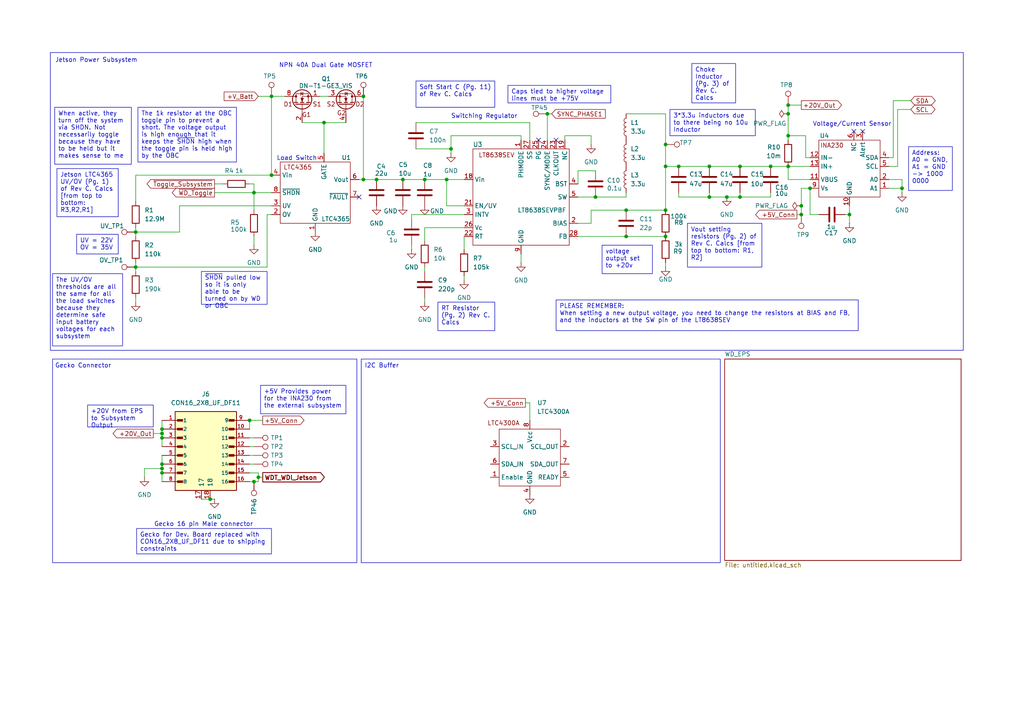
<source format=kicad_sch>
(kicad_sch (version 20250114) (generator "eeschema") (generator_version "9.0")
  (paper "A4")
  (lib_symbols
    (symbol "16 Pin Gecko Male Connector:G125-MH11605L3P" (pin_names (offset 1.016))
      (property "Reference" "J" (at -9.39 12.7 0))
      (property "Value" "CON16_2X8_UF_DF11" (at -8.89 -12.7 0))
      (symbol "G125-MH11605L3P_0_0"
        (rectangle (start -8.89 12.7) (end 8.89 -10.16) (stroke (width 0.254)) (fill (type background)))
        (rectangle (start -8.255 9.8425) (end -6.6675 10.4775) (stroke (width 0.1)) (fill (type outline)))
        (rectangle (start -8.255 7.3025) (end -6.6675 7.9375) (stroke (width 0.1)) (fill (type outline)))
        (rectangle (start -8.255 4.7625) (end -6.6675 5.3975) (stroke (width 0.1)) (fill (type outline)))
        (rectangle (start -8.255 2.2225) (end -6.6675 2.8575) (stroke (width 0.1)) (fill (type outline)))
        (rectangle (start -8.255 -0.3175) (end -6.6675 0.3175) (stroke (width 0.1)) (fill (type outline)))
        (rectangle (start -8.255 -2.8575) (end -6.6675 -2.2225) (stroke (width 0.1)) (fill (type outline)))
        (rectangle (start -8.255 -5.3975) (end -6.6675 -4.7625) (stroke (width 0.1)) (fill (type outline)))
        (rectangle (start -8.255 -7.9375) (end -6.6675 -7.3025) (stroke (width 0.1)) (fill (type outline)))
        (rectangle (start 8.255 9.8425) (end 6.6675 10.4775) (stroke (width 0.1)) (fill (type outline)))
        (rectangle (start 8.255 7.3025) (end 6.6675 7.9375) (stroke (width 0.1)) (fill (type outline)))
        (rectangle (start 8.255 4.7625) (end 6.6675 5.3975) (stroke (width 0.1)) (fill (type outline)))
        (rectangle (start 8.255 2.2225) (end 6.6675 2.8575) (stroke (width 0.1)) (fill (type outline)))
        (rectangle (start 8.255 -0.3175) (end 6.6675 0.3175) (stroke (width 0.1)) (fill (type outline)))
        (rectangle (start 8.255 -2.8575) (end 6.6675 -2.2225) (stroke (width 0.1)) (fill (type outline)))
        (rectangle (start 8.255 -5.3975) (end 6.6675 -4.7625) (stroke (width 0.1)) (fill (type outline)))
        (rectangle (start 8.255 -7.9375) (end 6.6675 -7.3025) (stroke (width 0.1)) (fill (type outline)))
        (pin passive line (at -12.7 10.16 0) (length 5.08) (name "1") (number "1"))
        (pin passive line (at -12.7 7.62 0) (length 5.08) (name "2") (number "2"))
        (pin passive line (at -12.7 5.08 0) (length 5.08) (name "3") (number "3"))
        (pin passive line (at -12.7 2.54 0) (length 5.08) (name "4") (number "4"))
        (pin passive line (at -12.7 0 0) (length 5.08) (name "5") (number "5"))
        (pin passive line (at -12.7 -2.54 0) (length 5.08) (name "6") (number "6"))
        (pin passive line (at -12.7 -5.08 0) (length 5.08) (name "7") (number "7"))
        (pin passive line (at -12.7 -7.62 0) (length 5.08) (name "8") (number "8"))
        (pin passive line (at 12.7 10.16 180) (length 5.08) (name "9") (number "9"))
        (pin passive line (at 12.7 7.62 180) (length 5.08) (name "10") (number "10"))
        (pin passive line (at 12.7 5.08 180) (length 5.08) (name "11") (number "11"))
        (pin passive line (at 12.7 2.54 180) (length 5.08) (name "12") (number "12"))
        (pin passive line (at 12.7 0 180) (length 5.08) (name "13") (number "13"))
        (pin passive line (at 12.7 -2.54 180) (length 5.08) (name "14") (number "14"))
        (pin passive line (at 12.7 -5.08 180) (length 5.08) (name "15") (number "15"))
        (pin passive line (at 12.7 -7.62 180) (length 5.08) (name "16") (number "16"))
      )
      (symbol "G125-MH11605L3P_1_1"
        (pin passive line (at -1.27 -12.7 90) (length 2.54) (name "17") (number "17"))
        (pin passive line (at 1.27 -12.7 90) (length 2.54) (name "18") (number "18"))
      )
    )
    (symbol "Connector:TestPoint" (pin_numbers (hide yes)) (pin_names (offset 0.762) (hide yes))
      (property "Reference" "TP" (at 0 6.858 0))
      (property "Value" "TestPoint" (at 0 5.08 0))
      (symbol "TestPoint_0_1"
        (circle (center 0 3.302) (radius 0.762))
      )
      (symbol "TestPoint_1_1"
        (pin passive line (at 0 0 90) (length 2.54) (name "1") (number "1"))
      )
    )
    (symbol "Device:C" (pin_numbers (hide yes)) (pin_names (offset 0.254))
      (property "Reference" "C" (at 0.635 2.54 0))
      (property "Value" "C" (at 0.635 -2.54 0))
      (symbol "C_0_1"
        (polyline (pts (xy -2.032 0.762) (xy 2.032 0.762)) (stroke (width 0.508)))
        (polyline (pts (xy -2.032 -0.762) (xy 2.032 -0.762)) (stroke (width 0.508)))
      )
      (symbol "C_1_1"
        (pin passive line (at 0 3.81 270) (length 2.794) (name "~") (number "1"))
        (pin passive line (at 0 -3.81 90) (length 2.794) (name "~") (number "2"))
      )
    )
    (symbol "Device:L" (pin_numbers (hide yes)) (pin_names (offset 1.016) (hide yes))
      (property "Reference" "L" (at -1.27 0 90))
      (property "Value" "L" (at 1.905 0 90))
      (symbol "L_0_1"
        (arc (start 0 2.54) (mid 0.6323 1.905) (end 0 1.27))
        (arc (start 0 1.27) (mid 0.6323 0.635) (end 0 0))
        (arc (start 0 0) (mid 0.6323 -0.635) (end 0 -1.27))
        (arc (start 0 -1.27) (mid 0.6323 -1.905) (end 0 -2.54))
      )
      (symbol "L_1_1"
        (pin passive line (at 0 3.81 270) (length 1.27) (name "1") (number "1"))
        (pin passive line (at 0 -3.81 90) (length 1.27) (name "2") (number "2"))
      )
    )
    (symbol "Device:R" (pin_numbers (hide yes)) (pin_names (offset 0))
      (property "Reference" "R" (at 2.032 0 90))
      (property "Value" "R" (at 0 0 90))
      (symbol "R_0_1"
        (rectangle (start -1.016 -2.54) (end 1.016 2.54) (stroke (width 0.254)))
      )
      (symbol "R_1_1"
        (pin passive line (at 0 3.81 270) (length 1.27) (name "~") (number "1"))
        (pin passive line (at 0 -3.81 90) (length 1.27) (name "~") (number "2"))
      )
    )
    (symbol "INA230:INA230 [RGT PACKAGE]"
      (property "Reference" "U" (at 7.62 7.62 0))
      (property "Value" "INA230" (at 0 0 0))
      (symbol "INA230 [RGT PACKAGE]_0_1"
        (rectangle (start -8.89 8.89) (end 8.89 -7.62))
      )
      (symbol "INA230 [RGT PACKAGE]_1_1"
        (text "INA230" (at -5.08 7.366 0) (effects (font (size 1.27 1.27))))
        (pin input line (at -11.43 3.81 0) (length 2.54) (name "IN-") (number "12"))
        (pin input line (at -11.43 1.27 0) (length 2.54) (name "IN+") (number "13"))
        (pin input line (at -11.43 -2.54 0) (length 2.54) (name "VBUS") (number "11"))
        (pin power_in line (at -11.43 -5.08 0) (length 2.54) (name "Vs") (number "9"))
        (pin power_in line (at 0 -10.16 90) (length 2.54) (name "GND") (number "10"))
        (pin passive line (at 1.27 11.43 270) (length 2.54) (name "NC") (number "6"))
        (pin output line (at 3.81 11.43 270) (length 2.54) (name "Alert") (number "3"))
        (pin bidirectional line (at 11.43 3.81 180) (length 2.54) (name "SDA") (number "4"))
        (pin bidirectional line (at 11.43 1.27 180) (length 2.54) (name "SCL") (number "5"))
        (pin input line (at 11.43 -2.54 180) (length 2.54) (name "A0") (number "2"))
        (pin input line (at 11.43 -5.08 180) (length 2.54) (name "A1") (number "1"))
      )
    )
    (symbol "LT8638SEV#PBF:LT863SEV#PBF"
      (property "Reference" "U" (at 12.954 -2.286 0))
      (property "Value" "LT8638S" (at 0 0 0))
      (symbol "LT863SEV#PBF_0_1"
        (rectangle (start -13.97 15.24) (end 13.97 -12.7))
      )
      (symbol "LT863SEV#PBF_1_1"
        (text "LT8638SEV\n" (at -7.112 13.462 0) (effects (font (size 1.27 1.27))))
        (pin power_in line (at -16.51 6.35 0) (length 2.54) (name "Vin") (number "18"))
        (pin input line (at -16.51 -1.27 0) (length 2.54) (name "EN/UV") (number "21"))
        (pin input line (at -16.51 -3.81 0) (length 2.54) (name "INTV") (number "3"))
        (pin input line (at -16.51 -7.62 0) (length 2.54) (name "Vc") (number "26"))
        (pin passive line (at -16.51 -10.16 0) (length 2.54) (name "RT") (number "22"))
        (pin passive line (at 0 17.78 270) (length 2.54) (name "PHMODE") (number "1"))
        (pin power_in line (at 0 -15.24 90) (length 2.54) (name "GND") (number "9"))
        (pin passive line (at 2.54 17.78 270) (length 2.54) (name "SS") (number "27"))
        (pin passive line (at 5.08 17.78 270) (length 2.54) (name "PG") (number "25"))
        (pin passive line (at 7.62 17.78 270) (length 2.54) (name "SYNC/MODE") (number "24"))
        (pin passive line (at 10.16 17.78 270) (length 2.54) (name "CLKOUT") (number "23"))
        (pin passive line (at 12.7 17.78 270) (length 2.54) (name "NC") (number "19"))
        (pin power_out line (at 16.51 5.08 180) (length 2.54) (name "BST") (number "4"))
        (pin power_out line (at 16.51 1.27 180) (length 2.54) (name "SW") (number "5"))
        (pin power_out line (at 16.51 -6.35 180) (length 2.54) (name "BIAS") (number "2"))
        (pin power_out line (at 16.51 -10.16 180) (length 2.54) (name "FB") (number "28"))
      )
    )
    (symbol "LTC4300A_1"
      (property "Reference" "U" (at 7.874 6.604 0))
      (property "Value" "LTC4300A" (at -7.62 10.668 0))
      (symbol "LTC4300A_1_0_1"
        (rectangle (start -8.89 8.89) (end 8.89 -7.62))
      )
      (symbol "LTC4300A_1_1_1"
        (text "LTC4300A" (at -7.62 10.668 0) (effects (font (size 1.27 1.27))))
        (pin input line (at -11.43 3.81 0) (length 2.54) (name "SCL_IN") (number "3"))
        (pin input line (at -11.43 -1.27 0) (length 2.54) (name "SDA_IN") (number "6"))
        (pin input line (at -11.43 -5.08 0) (length 2.54) (name "Enable") (number "1"))
        (pin passive line (at 0 11.43 270) (length 2.54) (name "Vcc") (number "8"))
        (pin passive line (at 0 -10.16 90) (length 2.54) (name "GND") (number "4"))
        (pin bidirectional line (at 11.43 3.81 180) (length 2.54) (name "SCL_OUT") (number "2"))
        (pin bidirectional line (at 11.43 -1.27 180) (length 2.54) (name "SDA_OUT") (number "7"))
        (pin output line (at 11.43 -5.08 180) (length 2.54) (name "READY") (number "5"))
      )
    )
    (symbol "LTC4365:LTC4365"
      (property "Reference" "U" (at 7.874 -7.874 0))
      (property "Value" "LTC4365" (at 0 0 0))
      (symbol "LTC4365_0_1"
        (rectangle (start -11.43 8.89) (end 8.89 -8.89))
      )
      (symbol "LTC4365_1_1"
        (text "LTC4365\n" (at -6.35 7.366 0) (effects (font (size 1.27 1.27))))
        (pin power_in line (at -13.97 5.08 0) (length 2.54) (name "Vin") (number "4"))
        (pin passive line (at -13.97 0 0) (length 2.54) (name "~{SHDN}") (number "8"))
        (pin input line (at -13.97 -3.81 0) (length 2.54) (name "UV") (number "3"))
        (pin input line (at -13.97 -6.35 0) (length 2.54) (name "OV") (number "2"))
        (pin power_in line (at -1.27 -11.43 90) (length 2.54) (name "GND") (number "1"))
        (pin output line (at 1.27 11.43 270) (length 2.54) (name "GATE") (number "5"))
        (pin passive line (at 11.43 3.81 180) (length 2.54) (name "Vout") (number "6"))
        (pin output line (at 11.43 -1.27 180) (length 2.54) (name "~{FAULT}") (number "7"))
      )
    )
    (symbol "SISB46DN:SISB46DN"
      (property "Value" "DN-T1-GE3_VIS" (at 0 0 0))
      (symbol "SISB46DN_0_1"
        (polyline (pts (xy -8.89 1.27) (xy -8.128 1.27)))
        (polyline (pts (xy -8.636 -0.508) (xy -7.62 -0.508)) (stroke (width 0.254)))
        (polyline (pts (xy -8.255 -1.016) (xy -4.445 -1.016)) (stroke (width 0.254)))
        (circle (center -8.128 1.27) (radius 0.254) (fill (type outline)))
        (polyline (pts (xy -6.858 1.524) (xy -6.731 1.651) (xy -6.731 2.413) (xy -6.604 2.54)))
        (polyline (pts (xy -6.858 -0.508) (xy -5.842 -0.508)) (stroke (width 0.254)))
        (polyline (pts (xy -6.731 2.032) (xy -6.096 1.651) (xy -6.096 2.413) (xy -6.731 2.032)))
        (circle (center -6.35 0.381) (radius 2.794) (stroke (width 0.254)))
        (polyline (pts (xy -6.35 -0.254) (xy -6.731 0.762) (xy -5.969 0.762) (xy -6.35 -0.254)) (fill (type outline)))
        (polyline (pts (xy -6.35 -1.016) (xy -6.35 -3.81)))
        (polyline (pts (xy -5.08 -0.508) (xy -4.064 -0.508)) (stroke (width 0.254)))
        (circle (center -4.572 1.27) (radius 0.254) (fill (type outline)))
        (polyline (pts (xy -4.572 -0.508) (xy -4.572 2.032) (xy -8.128 2.032) (xy -8.128 -0.508)))
        (polyline (pts (xy -3.81 1.27) (xy -6.35 1.27) (xy -6.35 -0.508)))
        (polyline (pts (xy 3.81 1.27) (xy 6.35 1.27) (xy 6.35 -0.508)))
        (circle (center 4.572 1.27) (radius 0.254) (fill (type outline)))
        (polyline (pts (xy 4.572 -0.508) (xy 4.572 2.032) (xy 8.128 2.032) (xy 8.128 -0.508)))
        (polyline (pts (xy 5.08 -0.508) (xy 4.064 -0.508)) (stroke (width 0.254)))
        (circle (center 6.35 0.381) (radius 2.794) (stroke (width 0.254)))
        (polyline (pts (xy 6.35 -0.254) (xy 6.731 0.762) (xy 5.969 0.762) (xy 6.35 -0.254)) (fill (type outline)))
        (polyline (pts (xy 6.35 -1.016) (xy 6.35 -3.81)))
        (polyline (pts (xy 6.731 2.032) (xy 6.096 1.651) (xy 6.096 2.413) (xy 6.731 2.032)))
        (polyline (pts (xy 6.858 1.524) (xy 6.731 1.651) (xy 6.731 2.413) (xy 6.604 2.54)))
        (polyline (pts (xy 6.858 -0.508) (xy 5.842 -0.508)) (stroke (width 0.254)))
        (circle (center 8.128 1.27) (radius 0.254) (fill (type outline)))
        (polyline (pts (xy 8.255 -1.016) (xy 4.445 -1.016)) (stroke (width 0.254)))
        (polyline (pts (xy 8.636 -0.508) (xy 7.62 -0.508)) (stroke (width 0.254)))
        (polyline (pts (xy 8.89 1.27) (xy 8.128 1.27)))
      )
      (symbol "SISB46DN_1_1"
        (text "D1" (at -10.414 -1.016 0) (effects (font (size 1.27 1.27))))
        (text "G1" (at -5.08 -4.064 0) (effects (font (size 1.27 1.27))))
        (text "S1" (at -2.032 -1.016 0) (effects (font (size 1.27 1.27))))
        (text "S2" (at 2.032 -1.016 0) (effects (font (size 1.27 1.27))))
        (text "G2" (at 5.08 -3.556 0) (effects (font (size 1.27 1.27))))
        (text "D2" (at 10.414 -1.016 0) (effects (font (size 1.27 1.27))))
        (pin passive line (at -11.43 1.27 0) (length 2.54) (hide yes) (name "") (number "7"))
        (pin power_in line (at -11.43 1.27 0) (length 2.54) (name "") (number "8"))
        (pin input line (at -6.35 -6.35 90) (length 2.54) (name "") (number "2"))
        (pin passive line (at -1.27 1.27 180) (length 2.54) (name "") (number "1"))
        (pin passive line (at 1.27 1.27 0) (length 2.54) (name "") (number "3"))
        (pin input line (at 6.35 -6.35 90) (length 2.54) (name "") (number "4"))
        (pin passive line (at 11.43 1.27 180) (length 2.54) (hide yes) (name "") (number "5"))
        (pin power_out line (at 11.43 1.27 180) (length 2.54) (name "") (number "6"))
      )
    )
    (symbol "power:GND" (power) (pin_numbers (hide yes)) (pin_names (offset 0) (hide yes))
      (property "Value" "GND" (at 0 -3.81 0))
      (symbol "GND_0_1"
        (polyline (pts (xy 0 0) (xy 0 -1.27) (xy 1.27 -1.27) (xy 0 -2.54) (xy -1.27 -1.27) (xy 0 -1.27)))
      )
      (symbol "GND_1_1"
        (pin power_in line (at 0 0 270) (length 0) (name "~") (number "1"))
      )
    )
    (symbol "power:PWR_FLAG" (power) (pin_numbers (hide yes)) (pin_names (offset 0) (hide yes))
      (property "Value" "PWR_FLAG" (at 0 3.81 0))
      (symbol "PWR_FLAG_0_0"
        (pin power_out line (at 0 0 90) (length 0) (name "~") (number "1"))
      )
      (symbol "PWR_FLAG_0_1"
        (polyline (pts (xy 0 0) (xy 0 1.27) (xy -1.016 1.905) (xy 0 2.54) (xy 1.016 1.905) (xy 0 1.27)))
      )
    )
  )
  (rectangle (start 104.775 104.14) (end 208.915 163.195))
  (rectangle (start 15.24 104.14) (end 103.505 163.195))
  (rectangle (start 14.605 15.24) (end 279.4 101.6))
  (text "Gecko Connector" (at 24.13 106.172 0) (effects (font (size 1.27 1.27))))
  (text "Gecko 16 pin Male connector" (at 59.055 152.146 0) (effects (font (size 1.27 1.27))))
  (text "NPN 40A Dual Gate MOSFET" (at 94.488 19.05 0) (effects (font (size 1.27 1.27))))
  (text "Switching Regulator" (at 140.462 33.782 0) (effects (font (size 1.27 1.27))))
  (text "Voltage/Current Sensor" (at 247.142 36.068 0) (effects (font (size 1.27 1.27))))
  (text "Jetson Power Subsystem" (at 27.94 17.526 0) (effects (font (size 1.27 1.27))))
  (text "Load Switch" (at 86.106 45.974 0) (effects (font (size 1.27 1.27))))
  (text "I2C Buffer" (at 110.744 106.172 0) (effects (font (size 1.27 1.27))))
  (text_box "+5V Provides power for the INA230 from the external subsystem" (at 75.565 111.76 0) (size 24.765 8.255) (margins 0.9525 0.9525 0.9525 0.9525) (effects (font (size 1.27 1.27)) (justify left top)))
  (text_box "Address: A0 = GND, A1 = GND -> 1000 0000" (at 263.525 42.545 0) (size 12.7 12.7) (margins 0.9525 0.9525 0.9525 0.9525) (effects (font (size 1.27 1.27)) (justify left top)))
  (text_box "Soft Start C (Pg. 11) of Rev C. Calcs" (at 120.65 23.495 0) (size 22.86 7.62) (margins 0.9525 0.9525 0.9525 0.9525) (effects (font (size 1.27 1.27)) (justify left top)))
  (text_box "Caps tied to higher voltage lines must be +75V" (at 147.32 24.765 0) (size 29.845 5.08) (margins 0.9525 0.9525 0.9525 0.9525) (effects (font (size 1.27 1.27)) (justify left top)))
  (text_box "When active, they turn off the system via SHDN. Not necessarily toggle because they have to be held but it makes sense to me" (at 15.875 31.115 0) (size 22.225 16.51) (margins 0.9525 0.9525 0.9525 0.9525) (effects (font (size 1.27 1.27)) (justify left top)))
  (text_box "PLEASE REMEMBER:\nWhen setting a new output voltage, you need to change the resistors at BIAS and FB, and the inductors at the SW pin of the LT8638SEV" (at 161.29 86.995 0) (size 87.63 8.89) (margins 0.9525 0.9525 0.9525 0.9525) (effects (font (size 1.27 1.27)) (justify left top)))
  (text_box "The UV/OV thresholds are all the same for all the load switches because they determine safe input battery voltages for each subsystem" (at 15.24 79.375 0) (size 20.32 20.955) (margins 0.9525 0.9525 0.9525 0.9525) (effects (font (size 1.27 1.27)) (justify left top)))
  (text_box "~{SHDN} pulled low so it is only able to be turned on by WD or OBC" (at 58.42 78.74 0) (size 19.05 9.525) (margins 0.9525 0.9525 0.9525 0.9525) (effects (font (size 1.27 1.27)) (justify left top)))
  (text_box "Jetson LTC4365 UV/OV (Pg. 1) of Rev C. Calcs [from top to bottom: R3,R2,R1]" (at 16.51 48.895 0) (size 17.78 13.97) (margins 0.9525 0.9525 0.9525 0.9525) (effects (font (size 1.27 1.27)) (justify left top)))
  (text_box "Choke Inductor (Pg. 3) of Rev C. Calcs" (at 200.66 18.415 0) (size 12.7 11.43) (margins 0.9525 0.9525 0.9525 0.9525) (effects (font (size 1.27 1.27)) (justify left top)))
  (text_box "UV = 22V\nOV = 35V" (at 22.225 67.945 0) (size 12.065 5.715) (margins 0.9525 0.9525 0.9525 0.9525) (effects (font (size 1.27 1.27)) (justify left top)))
  (text_box "The 1k resistor at the OBC toggle pin to prevent a short. The voltage output is high enough that it keeps the ~{SHDN} high when the toggle pin is held high by the OBC" (at 40.005 31.115 0) (size 28.575 15.875) (margins 0.9525 0.9525 0.9525 0.9525) (effects (font (size 1.27 1.27)) (justify left top)))
  (text_box "Vout setting resistors (Pg. 2) of Rev C. Calcs [from top to bottom: R1, R2]" (at 199.39 64.77 0) (size 21.59 12.7) (margins 0.9525 0.9525 0.9525 0.9525) (effects (font (size 1.27 1.27)) (justify left top)))
  (text_box "voltage output set to +20v" (at 174.625 71.12 0) (size 14.605 8.255) (margins 0.9525 0.9525 0.9525 0.9525) (effects (font (size 1.27 1.27)) (justify left top)))
  (text_box "3*3.3u inductors due to there being no 10u Inductor" (at 194.31 31.75 0) (size 24.765 7.62) (margins 0.9525 0.9525 0.9525 0.9525) (effects (font (size 1.27 1.27)) (justify left top)))
  (text_box "RT Resistor (Pg. 2) Rev C. Calcs" (at 127 87.63 0) (size 16.51 8.255) (margins 0.9525 0.9525 0.9525 0.9525) (effects (font (size 1.27 1.27)) (justify left top)))
  (text_box "+20V from EPS to Subsystem Output" (at 25.4 117.475 0) (size 19.05 6.35) (margins 0.9525 0.9525 0.9525 0.9525) (effects (font (size 1.27 1.27)) (justify left top)))
  (text_box "Gecko for Dev. Board replaced with CON16_2X8_UF_DF11 due to shipping constraints" (at 39.624 153.289 0) (size 39.116 7.366) (margins 0.9525 0.9525 0.9525 0.9525) (effects (font (size 1.27 1.27)) (justify left top)))
  (junction (at 261.62 54.61))
  (junction (at 158.75 33.02))
  (junction (at 60.96 144.78))
  (junction (at 78.74 27.94))
  (junction (at 116.84 52.07))
  (junction (at 205.74 48.26))
  (junction (at 246.38 62.23))
  (junction (at 123.19 52.07))
  (junction (at 228.6 30.48))
  (junction (at 232.41 62.23))
  (junction (at 181.61 68.58))
  (junction (at 73.66 139.7))
  (junction (at 223.52 48.26))
  (junction (at 46.99 127))
  (junction (at 172.72 57.15))
  (junction (at 228.6 33.02))
  (junction (at 105.41 27.94))
  (junction (at 78.74 50.8))
  (junction (at 193.04 48.26))
  (junction (at 214.63 48.26))
  (junction (at 130.81 43.18))
  (junction (at 39.37 77.47))
  (junction (at 193.04 60.96))
  (junction (at 109.22 52.07))
  (junction (at 205.74 57.15))
  (junction (at 46.99 137.16))
  (junction (at 193.04 41.91))
  (junction (at 129.54 52.07))
  (junction (at 46.99 124.46))
  (junction (at 46.99 125.73))
  (junction (at 228.6 39.37))
  (junction (at 210.82 57.15))
  (junction (at 214.63 57.15))
  (junction (at 46.99 135.89))
  (junction (at 181.61 60.96))
  (junction (at 74.93 138.43))
  (junction (at 72.39 121.92))
  (junction (at 46.99 134.62))
  (junction (at 228.6 48.26))
  (junction (at 93.98 35.56))
  (junction (at 193.04 68.58))
  (junction (at 234.95 54.61))
  (junction (at 196.85 48.26))
  (junction (at 105.41 52.07))
  (junction (at 232.41 59.69))
  (junction (at 73.66 55.88))
  (junction (at 39.37 67.31))
  (no_connect (at 104.14 57.15))
  (no_connect (at 250.19 38.1))
  (no_connect (at 161.29 40.64))
  (no_connect (at 247.65 38.1))
  (no_connect (at 156.21 40.64))
  (wire (pts (xy 163.83 40.64) (xy 163.83 39.37)))
  (wire (pts (xy 52.07 59.69) (xy 78.74 59.69)))
  (wire (pts (xy 193.04 48.26) (xy 193.04 60.96)))
  (wire (pts (xy 167.64 64.77) (xy 171.45 64.77)))
  (wire (pts (xy 74.93 137.16) (xy 74.93 138.43)))
  (wire (pts (xy 105.41 52.07) (xy 109.22 52.07)))
  (wire (pts (xy 257.81 45.72) (xy 259.08 45.72)))
  (wire (pts (xy 231.14 62.23) (xy 232.41 62.23)))
  (wire (pts (xy 73.66 68.58) (xy 73.66 71.12)))
  (wire (pts (xy 52.07 59.69) (xy 52.07 67.31)))
  (wire (pts (xy 257.81 52.07) (xy 261.62 52.07)))
  (wire (pts (xy 130.81 39.37) (xy 130.81 43.18)))
  (wire (pts (xy 234.95 62.23) (xy 237.49 62.23)))
  (wire (pts (xy 46.99 137.16) (xy 46.99 139.7)))
  (wire (pts (xy 104.14 52.07) (xy 105.41 52.07)))
  (wire (pts (xy 152.4 116.84) (xy 153.67 116.84)))
  (wire (pts (xy 74.93 139.7) (xy 73.66 139.7)))
  (wire (pts (xy 41.91 135.89) (xy 46.99 135.89)))
  (wire (pts (xy 246.38 64.77) (xy 246.38 62.23)))
  (wire (pts (xy 72.39 121.92) (xy 76.2 121.92)))
  (wire (pts (xy 151.13 39.37) (xy 130.81 39.37)))
  (wire (pts (xy 39.37 67.31) (xy 52.07 67.31)))
  (wire (pts (xy 93.98 35.56) (xy 93.98 44.45)))
  (wire (pts (xy 228.6 30.48) (xy 232.41 30.48)))
  (wire (pts (xy 74.93 138.43) (xy 74.93 139.7)))
  (wire (pts (xy 77.47 77.47) (xy 77.47 62.23)))
  (wire (pts (xy 46.99 127) (xy 46.99 129.54)))
  (wire (pts (xy 233.68 45.72) (xy 234.95 45.72)))
  (wire (pts (xy 73.66 55.88) (xy 73.66 60.96)))
  (wire (pts (xy 72.39 132.08) (xy 73.66 132.08)))
  (wire (pts (xy 158.75 33.02) (xy 158.75 40.64)))
  (wire (pts (xy 93.98 35.56) (xy 100.33 35.56)))
  (wire (pts (xy 261.62 52.07) (xy 261.62 54.61)))
  (wire (pts (xy 228.6 52.07) (xy 234.95 52.07)))
  (wire (pts (xy 120.65 43.18) (xy 130.81 43.18)))
  (wire (pts (xy 151.13 73.66) (xy 151.13 76.2)))
  (wire (pts (xy 245.11 62.23) (xy 246.38 62.23)))
  (wire (pts (xy 193.04 41.91) (xy 193.04 48.26)))
  (wire (pts (xy 228.6 33.02) (xy 228.6 30.48)))
  (wire (pts (xy 167.64 49.53) (xy 172.72 49.53)))
  (wire (pts (xy 134.62 80.01) (xy 134.62 81.28)))
  (wire (pts (xy 196.85 57.15) (xy 205.74 57.15)))
  (wire (pts (xy 39.37 50.8) (xy 39.37 58.42)))
  (wire (pts (xy 92.71 27.94) (xy 95.25 27.94)))
  (wire (pts (xy 232.41 54.61) (xy 234.95 54.61)))
  (wire (pts (xy 123.19 52.07) (xy 129.54 52.07)))
  (wire (pts (xy 62.23 53.34) (xy 64.77 53.34)))
  (wire (pts (xy 105.41 27.94) (xy 105.41 52.07)))
  (wire (pts (xy 257.81 48.26) (xy 260.35 48.26)))
  (wire (pts (xy 62.23 55.88) (xy 73.66 55.88)))
  (wire (pts (xy 39.37 86.36) (xy 39.37 87.63)))
  (wire (pts (xy 78.74 27.94) (xy 78.74 50.8)))
  (wire (pts (xy 78.74 27.94) (xy 82.55 27.94)))
  (wire (pts (xy 46.99 124.46) (xy 46.99 125.73)))
  (wire (pts (xy 205.74 55.88) (xy 205.74 57.15)))
  (wire (pts (xy 46.99 125.73) (xy 46.99 127)))
  (wire (pts (xy 153.67 40.64) (xy 153.67 35.56)))
  (wire (pts (xy 62.23 144.78) (xy 60.96 144.78)))
  (wire (pts (xy 181.61 57.15) (xy 181.61 55.88)))
  (wire (pts (xy 74.93 27.94) (xy 78.74 27.94)))
  (wire (pts (xy 39.37 67.31) (xy 39.37 68.58)))
  (wire (pts (xy 234.95 54.61) (xy 234.95 62.23)))
  (wire (pts (xy 153.67 116.84) (xy 153.67 121.92)))
  (wire (pts (xy 72.39 121.92) (xy 72.39 124.46)))
  (wire (pts (xy 123.19 77.47) (xy 123.19 78.74)))
  (wire (pts (xy 228.6 39.37) (xy 228.6 33.02)))
  (wire (pts (xy 260.35 31.75) (xy 264.16 31.75)))
  (wire (pts (xy 193.04 48.26) (xy 196.85 48.26)))
  (wire (pts (xy 246.38 62.23) (xy 246.38 59.69)))
  (wire (pts (xy 181.61 60.96) (xy 193.04 60.96)))
  (wire (pts (xy 233.68 39.37) (xy 233.68 45.72)))
  (wire (pts (xy 39.37 77.47) (xy 39.37 78.74)))
  (wire (pts (xy 210.82 57.15) (xy 214.63 57.15)))
  (wire (pts (xy 134.62 66.04) (xy 123.19 66.04)))
  (wire (pts (xy 167.64 68.58) (xy 181.61 68.58)))
  (wire (pts (xy 123.19 66.04) (xy 123.19 69.85)))
  (wire (pts (xy 223.52 48.26) (xy 228.6 48.26)))
  (wire (pts (xy 129.54 59.69) (xy 129.54 52.07)))
  (wire (pts (xy 171.45 60.96) (xy 171.45 64.77)))
  (wire (pts (xy 72.39 53.34) (xy 73.66 53.34)))
  (wire (pts (xy 228.6 39.37) (xy 228.6 40.64)))
  (wire (pts (xy 129.54 52.07) (xy 134.62 52.07)))
  (wire (pts (xy 205.74 48.26) (xy 214.63 48.26)))
  (wire (pts (xy 232.41 62.23) (xy 232.41 59.69)))
  (wire (pts (xy 72.39 127) (xy 73.66 127)))
  (wire (pts (xy 41.91 135.89) (xy 41.91 138.43)))
  (wire (pts (xy 46.99 135.89) (xy 46.99 137.16)))
  (wire (pts (xy 196.85 48.26) (xy 205.74 48.26)))
  (wire (pts (xy 232.41 54.61) (xy 232.41 59.69)))
  (wire (pts (xy 193.04 77.47) (xy 193.04 76.2)))
  (wire (pts (xy 39.37 76.2) (xy 39.37 77.47)))
  (wire (pts (xy 259.08 45.72) (xy 259.08 29.21)))
  (wire (pts (xy 167.64 53.34) (xy 167.64 49.53)))
  (wire (pts (xy 134.62 59.69) (xy 129.54 59.69)))
  (wire (pts (xy 73.66 139.7) (xy 72.39 139.7)))
  (wire (pts (xy 153.67 35.56) (xy 120.65 35.56)))
  (wire (pts (xy 123.19 86.36) (xy 123.19 87.63)))
  (wire (pts (xy 74.93 138.43) (xy 76.2 138.43)))
  (wire (pts (xy 109.22 52.07) (xy 116.84 52.07)))
  (wire (pts (xy 214.63 48.26) (xy 223.52 48.26)))
  (wire (pts (xy 171.45 39.37) (xy 171.45 41.91)))
  (wire (pts (xy 130.81 44.45) (xy 130.81 43.18)))
  (wire (pts (xy 119.38 71.12) (xy 119.38 72.39)))
  (wire (pts (xy 46.99 132.08) (xy 46.99 134.62)))
  (wire (pts (xy 77.47 62.23) (xy 78.74 62.23)))
  (wire (pts (xy 167.64 57.15) (xy 172.72 57.15)))
  (wire (pts (xy 39.37 50.8) (xy 78.74 50.8)))
  (wire (pts (xy 196.85 55.88) (xy 196.85 57.15)))
  (wire (pts (xy 228.6 48.26) (xy 228.6 52.07)))
  (wire (pts (xy 151.13 39.37) (xy 151.13 40.64)))
  (wire (pts (xy 228.6 39.37) (xy 233.68 39.37)))
  (wire (pts (xy 116.84 52.07) (xy 123.19 52.07)))
  (wire (pts (xy 134.62 68.58) (xy 134.62 72.39)))
  (wire (pts (xy 46.99 121.92) (xy 46.99 124.46)))
  (wire (pts (xy 72.39 129.54) (xy 73.66 129.54)))
  (wire (pts (xy 181.61 33.02) (xy 193.04 33.02)))
  (wire (pts (xy 44.45 125.73) (xy 46.99 125.73)))
  (wire (pts (xy 46.99 134.62) (xy 46.99 135.89)))
  (wire (pts (xy 73.66 53.34) (xy 73.66 55.88)))
  (wire (pts (xy 205.74 57.15) (xy 210.82 57.15)))
  (wire (pts (xy 261.62 54.61) (xy 261.62 55.88)))
  (wire (pts (xy 58.42 144.78) (xy 60.96 144.78)))
  (wire (pts (xy 39.37 77.47) (xy 77.47 77.47)))
  (wire (pts (xy 193.04 33.02) (xy 193.04 41.91)))
  (wire (pts (xy 257.81 54.61) (xy 261.62 54.61)))
  (wire (pts (xy 259.08 29.21) (xy 264.16 29.21)))
  (wire (pts (xy 172.72 57.15) (xy 181.61 57.15)))
  (wire (pts (xy 73.66 55.88) (xy 78.74 55.88)))
  (wire (pts (xy 39.37 66.04) (xy 39.37 67.31)))
  (wire (pts (xy 160.02 33.02) (xy 158.75 33.02)))
  (wire (pts (xy 214.63 55.88) (xy 214.63 57.15)))
  (wire (pts (xy 119.38 62.23) (xy 119.38 63.5)))
  (wire (pts (xy 223.52 57.15) (xy 223.52 55.88)))
  (wire (pts (xy 171.45 60.96) (xy 181.61 60.96)))
  (wire (pts (xy 163.83 39.37) (xy 171.45 39.37)))
  (wire (pts (xy 228.6 48.26) (xy 234.95 48.26)))
  (wire (pts (xy 119.38 62.23) (xy 134.62 62.23)))
  (wire (pts (xy 260.35 48.26) (xy 260.35 31.75)))
  (wire (pts (xy 214.63 57.15) (xy 223.52 57.15)))
  (wire (pts (xy 181.61 68.58) (xy 193.04 68.58)))
  (wire (pts (xy 72.39 134.62) (xy 73.66 134.62)))
  (wire (pts (xy 72.39 137.16) (xy 74.93 137.16)))
  (wire (pts (xy 87.63 35.56) (xy 93.98 35.56)))
  (global_label "SYNC_PHASE1" (shape input) (at 160.02 33.02 0) (property "Intersheetrefs" "${INTERSHEET_REFS}" (effects (hide yes))))
  (global_label "WDT_WDI_Jetson" (shape output) (at 76.2 138.43 0) (effects (font (thickness 0.254) (bold yes))) (property "Intersheetrefs" "${INTERSHEET_REFS}" (effects (hide yes))))
  (global_label "+5V_Conn" (shape output) (at 231.14 62.23 180) (property "Intersheetrefs" "${INTERSHEET_REFS}" (effects (hide yes))))
  (global_label "~{WD_Toggle}" (shape output) (at 62.23 55.88 180) (property "Intersheetrefs" "${INTERSHEET_REFS}" (effects (hide yes))))
  (global_label "~{Toggle_Subsystem}" (shape output) (at 62.23 53.34 180) (property "Intersheetrefs" "${INTERSHEET_REFS}" (effects (hide yes))))
  (global_label "SDA" (shape bidirectional) (at 264.16 29.21 0) (property "Intersheetrefs" "${INTERSHEET_REFS}" (effects (hide yes))))
  (global_label "+20V_Out" (shape output) (at 44.45 125.73 180) (property "Intersheetrefs" "${INTERSHEET_REFS}" (effects (hide yes))))
  (global_label "+20V_Out" (shape output) (at 232.41 30.48 0) (property "Intersheetrefs" "${INTERSHEET_REFS}" (effects (hide yes))))
  (global_label "+5V_Conn" (shape output) (at 76.2 121.92 0) (property "Intersheetrefs" "${INTERSHEET_REFS}" (effects (hide yes))))
  (global_label "SCL" (shape bidirectional) (at 264.16 31.75 0) (property "Intersheetrefs" "${INTERSHEET_REFS}" (effects (hide yes))))
  (global_label "+5V_Conn" (shape output) (at 152.4 116.84 180) (property "Intersheetrefs" "${INTERSHEET_REFS}" (effects (hide yes))))
  (global_label "+V_Batt" (shape input) (at 74.93 27.94 180) (property "Intersheetrefs" "${INTERSHEET_REFS}" (effects (hide yes))))
  (symbol (lib_id "Connector:TestPoint") (at 73.66 139.7 180) (unit 1)
    (property "Reference" "TP46" (at 73.66 144.526 90) (effects (justify left)))
    (property "Value" "TestPoint" (effects (hide yes)))
    (property "Footprint" "TestPoint:TestPoint_Pad_1.0x1.0mm" (effects (hide yes)))
    (property "Description" "test point" (effects (hide yes)))
  )
  (symbol (lib_id "Connector:TestPoint") (at 39.37 67.31 90) (unit 1)
    (property "Reference" "UV_TP1" (at 32.512 65.532 90))
    (property "Value" "TestPoint" (effects (hide yes)))
    (property "Footprint" "TestPoint:TestPoint_Pad_1.0x1.0mm" (effects (hide yes)))
    (property "Description" "test point" (effects (hide yes)))
  )
  (symbol (lib_id "Connector:TestPoint") (at 39.37 77.47 90) (unit 1)
    (property "Reference" "OV_TP1" (at 32.258 75.438 90))
    (property "Value" "TestPoint" (effects (hide yes)))
    (property "Footprint" "TestPoint:TestPoint_Pad_1.0x1.0mm" (effects (hide yes)))
    (property "Description" "test point" (effects (hide yes)))
  )
  (symbol (lib_name "LTC4300A_1") (lib_id "LTC4300A:LTC4300A") (at 153.67 133.35 0) (unit 1)
    (property "Reference" "U7" (at 155.8133 116.84 0) (effects (justify left)))
    (property "Value" "LTC4300A" (at 155.8133 119.38 0) (effects (justify left)))
    (property "Footprint" "REVC:LTC4300A" (effects (hide yes)))
    (property "Datasheet" "https://www.analog.com/media/en/technical-documentation/data-sheets/4300a12fa.pdf" (effects (hide yes)))
    (property "Description" "I2C Buffer" (effects (hide yes)))
  )
  (symbol (lib_id "power:GND") (at 109.22 59.69 0) (unit 1)
    (property "Reference" "#PWR08" (effects (hide yes)))
    (property "Value" "GND" (at 109.22 64.77 0))
    (property "Description" "Power symbol creates a global label with name \"GND\" , ground" (effects (hide yes)))
  )
  (symbol (lib_id "SISB46DN:SISB46DN") (at 93.98 29.21 0) (unit 1)
    (property "Reference" "Q1" (at 94.615 22.86 0))
    (property "Value" "DN-T1-GE3_VIS" (at 94.488 24.892 0))
    (property "Footprint" "REVC:SISB46DN-T1-GE3" (effects (hide yes)))
    (property "Datasheet" "https://www.vishay.com/docs/76655/sisb46dn.pdf" (effects (hide yes)))
    (property "Description" "Dual N-Channel 40V (D-S) MOSFET" (effects (hide yes)))
  )
  (symbol (lib_id "Device:C") (at 205.74 52.07 0) (unit 1)
    (property "Reference" "C14" (at 208.788 50.546 0) (effects (justify left)))
    (property "Value" "47u" (at 208.788 53.34 0) (effects (justify left)))
    (property "Footprint" "Capacitor_SMD:C_1210_3225Metric" (effects (hide yes)))
    (property "Description" "Unpolarized capacitor" (effects (hide yes)))
  )
  (symbol (lib_id "16 Pin Gecko Male Connector:G125-MH11605L3P") (at 59.69 132.08 0) (unit 1)
    (property "Reference" "J6" (at 59.69 114.3 0))
    (property "Value" "CON16_2X8_UF_DF11" (at 59.69 116.84 0))
    (property "Footprint" "RevC Footprints:CON16_2X8_UF_DF11" (effects (hide yes)))
    (property "Datasheet" "https://www.mouser.com/datasheet/2/185/DF11_26DP_2DS_252852_2529_CL0543_0544_8_52_Catalog-2448894.pdf" (effects (hide yes)))
    (property "Description" "Interfacing Connector" (effects (hide yes)))
    (property "MANUFACTURER" "HARWIN" (effects (hide yes)))
  )
  (symbol (lib_id "Device:R") (at 39.37 72.39 0) (unit 1)
    (property "Reference" "R2" (at 41.91 71.1199 0) (effects (justify left)))
    (property "Value" "110k" (at 41.91 73.6599 0) (effects (justify left)))
    (property "Footprint" "Resistor_SMD:R_0603_1608Metric" (effects (hide yes)))
    (property "Description" "Resistor" (effects (hide yes)))
    (property "LCSC" "C25805" (effects (hide yes)))
  )
  (symbol (lib_id "power:GND") (at 130.81 44.45 0) (unit 1)
    (property "Reference" "#PWR013" (effects (hide yes)))
    (property "Value" "GND" (at 130.81 49.53 0))
    (property "Description" "Power symbol creates a global label with name \"GND\" , ground" (effects (hide yes)))
  )
  (symbol (lib_id "power:GND") (at 153.67 143.51 0) (unit 1)
    (property "Reference" "#PWR02" (effects (hide yes)))
    (property "Value" "GND" (at 153.67 148.59 0))
    (property "Description" "Power symbol creates a global label with name \"GND\" , ground" (effects (hide yes)))
  )
  (symbol (lib_id "Device:R") (at 39.37 62.23 0) (unit 1)
    (property "Reference" "R1" (at 41.91 60.9599 0) (effects (justify left)))
    (property "Value" "12.9M" (at 41.91 63.4999 0) (effects (justify left)))
    (property "Footprint" "Resistor_SMD:R_0603_1608Metric" (effects (hide yes)))
    (property "Description" "Resistor" (effects (hide yes)))
  )
  (symbol (lib_id "Device:C") (at 241.3 62.23 270) (unit 1)
    (property "Reference" "C17" (at 241.046 67.564 90))
    (property "Value" "1u" (at 241.046 65.786 90))
    (property "Footprint" "Capacitor_SMD:C_1210_3225Metric" (effects (hide yes)))
    (property "Description" "Unpolarized capacitor" (effects (hide yes)))
    (property "LCSC" "C304010" (effects (hide yes)))
  )
  (symbol (lib_id "power:GND") (at 123.19 59.69 0) (unit 1)
    (property "Reference" "#PWR011" (effects (hide yes)))
    (property "Value" "GND" (at 126.746 61.214 0))
    (property "Description" "Power symbol creates a global label with name \"GND\" , ground" (effects (hide yes)))
  )
  (symbol (lib_id "Device:R") (at 134.62 76.2 0) (unit 1)
    (property "Reference" "R7" (at 137.16 74.9299 0) (effects (justify left)))
    (property "Value" "105k" (at 137.16 77.4699 0) (effects (justify left)))
    (property "Footprint" "Resistor_SMD:R_0603_1608Metric" (effects (hide yes)))
    (property "Description" "Resistor" (effects (hide yes)))
    (property "LCSC" "C16840" (effects (hide yes)))
  )
  (symbol (lib_id "Device:C") (at 116.84 55.88 0) (unit 1)
    (property "Reference" "C5" (at 115.57 47.752 0) (effects (justify left)))
    (property "Value" "10u" (at 115.57 50.292 0) (effects (justify left)))
    (property "Footprint" "Capacitor_SMD:C_1210_3225Metric" (effects (hide yes)))
    (property "Description" "Unpolarized capacitor" (effects (hide yes)))
  )
  (symbol (lib_id "power:GND") (at 116.84 59.69 0) (unit 1)
    (property "Reference" "#PWR09" (effects (hide yes)))
    (property "Value" "GND" (at 113.284 61.214 0))
    (property "Description" "Power symbol creates a global label with name \"GND\" , ground" (effects (hide yes)))
  )
  (symbol (lib_id "power:GND") (at 210.82 57.15 0) (unit 1)
    (property "Reference" "#PWR086" (effects (hide yes)))
    (property "Value" "GND" (at 210.82 62.23 0))
    (property "Description" "Power symbol creates a global label with name \"GND\" , ground" (effects (hide yes)))
  )
  (symbol (lib_id "Device:C") (at 196.85 52.07 0) (unit 1)
    (property "Reference" "C13" (at 199.898 50.546 0) (effects (justify left)))
    (property "Value" "47u" (at 199.898 53.34 0) (effects (justify left)))
    (property "Footprint" "Capacitor_SMD:C_1210_3225Metric" (effects (hide yes)))
    (property "Description" "Unpolarized capacitor" (effects (hide yes)))
  )
  (symbol (lib_id "LTC4365:LTC4365") (at 92.71 55.88 0) (unit 1)
    (property "Reference" "U1" (at 99.06 45.72 0) (effects (justify left)))
    (property "Value" "LTC4365" (at 93.218 63.5 0) (effects (justify left)))
    (property "Footprint" "REVC:LTC4365" (effects (hide yes)))
    (property "Datasheet" "https://www.analog.com/media/en/technical-documentation/data-sheets/LTC4365.pdf" (effects (hide yes)))
    (property "Description" "Overvoltage, Undervoltage and Reverse Supply Protection Controller" (effects (hide yes)))
    (property "LCSC" "C580882" (effects (hide yes)))
  )
  (symbol (lib_id "power:PWR_FLAG") (at 232.41 59.69 90) (unit 1)
    (property "Reference" "#FLG04" (effects (hide yes)))
    (property "Value" "PWR_FLAG" (at 228.6 59.6899 90) (effects (justify left)))
    (property "Description" "Special symbol for telling ERC where power comes from" (effects (hide yes)))
  )
  (symbol (lib_id "Device:R") (at 193.04 72.39 0) (unit 1)
    (property "Reference" "R9" (at 196.596 72.898 0))
    (property "Value" "3k" (at 196.85 70.866 0))
    (property "Footprint" "Resistor_SMD:R_0603_1608Metric" (effects (hide yes)))
    (property "Description" "Resistor" (effects (hide yes)))
  )
  (symbol (lib_id "power:GND") (at 261.62 55.88 0) (unit 1)
    (property "Reference" "#PWR021" (effects (hide yes)))
    (property "Value" "GND" (at 261.62 60.96 0))
    (property "Description" "Power symbol creates a global label with name \"GND\" , ground" (effects (hide yes)))
  )
  (symbol (lib_id "power:GND") (at 91.44 67.31 0) (unit 1)
    (property "Reference" "#PWR07" (effects (hide yes)))
    (property "Value" "GND" (at 91.44 72.39 0))
    (property "Description" "Power symbol creates a global label with name \"GND\" , ground" (effects (hide yes)))
  )
  (symbol (lib_id "Device:C") (at 123.19 82.55 0) (unit 1)
    (property "Reference" "C9" (at 127 81.2799 0) (effects (justify left)))
    (property "Value" "220p" (at 127 83.8199 0) (effects (justify left)))
    (property "Footprint" "Capacitor_SMD:C_0603_1608Metric" (effects (hide yes)))
    (property "Description" "Unpolarized capacitor" (effects (hide yes)))
  )
  (symbol (lib_id "power:GND") (at 62.23 144.78 0) (unit 1)
    (property "Reference" "#PWR05" (effects (hide yes)))
    (property "Value" "GND" (at 62.23 149.86 0))
    (property "Description" "Power symbol creates a global label with name \"GND\" , ground" (effects (hide yes)))
  )
  (symbol (lib_id "Connector:TestPoint") (at 73.66 134.62 270) (unit 1)
    (property "Reference" "TP4" (at 78.486 134.62 90) (effects (justify left)))
    (property "Value" "TestPoint" (effects (hide yes)))
    (property "Footprint" "TestPoint:TestPoint_Pad_1.0x1.0mm" (effects (hide yes)))
    (property "Description" "test point" (effects (hide yes)))
  )
  (symbol (lib_id "power:GND") (at 39.37 87.63 0) (unit 1)
    (property "Reference" "#PWR03" (effects (hide yes)))
    (property "Value" "GND" (at 39.37 92.71 0))
    (property "Description" "Power symbol creates a global label with name \"GND\" , ground" (effects (hide yes)))
  )
  (symbol (lib_id "Device:C") (at 181.61 64.77 0) (unit 1)
    (property "Reference" "C11" (at 185.42 63.4999 0) (effects (justify left)))
    (property "Value" "22p" (at 185.42 66.0399 0) (effects (justify left)))
    (property "Footprint" "Capacitor_SMD:C_1210_3225Metric" (effects (hide yes)))
    (property "Description" "Unpolarized capacitor" (effects (hide yes)))
  )
  (symbol (lib_id "Connector:TestPoint") (at 73.66 129.54 270) (unit 1)
    (property "Reference" "TP2" (at 78.486 129.54 90) (effects (justify left)))
    (property "Value" "TestPoint" (effects (hide yes)))
    (property "Footprint" "TestPoint:TestPoint_Pad_1.0x1.0mm" (effects (hide yes)))
    (property "Description" "test point" (effects (hide yes)))
  )
  (symbol (lib_id "power:GND") (at 73.66 71.12 0) (unit 1)
    (property "Reference" "#PWR06" (effects (hide yes)))
    (property "Value" "GND" (at 73.66 76.2 0))
    (property "Description" "Power symbol creates a global label with name \"GND\" , ground" (effects (hide yes)))
  )
  (symbol (lib_id "Device:C") (at 123.19 55.88 0) (unit 1)
    (property "Reference" "C8" (at 122.682 48.006 0) (effects (justify left)))
    (property "Value" "1u" (at 122.682 50.546 0) (effects (justify left)))
    (property "Footprint" "Capacitor_SMD:C_1210_3225Metric" (effects (hide yes)))
    (property "Description" "Unpolarized capacitor" (effects (hide yes)))
    (property "LCSC" "C304010" (effects (hide yes)))
  )
  (symbol (lib_id "Device:C") (at 109.22 55.88 0) (unit 1)
    (property "Reference" "C4" (at 109.22 48.26 0) (effects (justify left)))
    (property "Value" "22u" (at 108.712 50.292 0) (effects (justify left)))
    (property "Footprint" "Capacitor_SMD:C_1210_3225Metric" (effects (hide yes)))
    (property "Description" "Unpolarized capacitor" (effects (hide yes)))
    (property "LCSC" "C309062" (effects (hide yes)))
  )
  (symbol (lib_id "Connector:TestPoint") (at 193.04 41.91 270) (unit 1)
    (property "Reference" "TP7" (at 198.882 41.402 90))
    (property "Value" "TestPoint" (effects (hide yes)))
    (property "Footprint" "TestPoint:TestPoint_Pad_1.0x1.0mm" (effects (hide yes)))
    (property "Description" "test point" (effects (hide yes)))
  )
  (symbol (lib_id "Device:R") (at 228.6 44.45 0) (unit 1)
    (property "Reference" "R10" (at 222.504 42.672 0) (effects (justify left)))
    (property "Value" "10m" (at 222.25 45.212 0) (effects (justify left)))
    (property "Footprint" "Resistor_SMD:R_2512_6332Metric" (effects (hide yes)))
    (property "Description" "Resistor" (effects (hide yes)))
  )
  (symbol (lib_id "LT8638SEV#PBF:LT863SEV#PBF") (at 151.13 58.42 0) (unit 1)
    (property "Reference" "U3" (at 137.16 41.91 0) (effects (justify left)))
    (property "Value" "LT8638SEVPBF" (at 150.114 60.96 0) (effects (justify left)))
    (property "Footprint" "RevC Footprints:LT8638SEVPBF" (effects (hide yes)))
    (property "Datasheet" "https://www.mouser.com/datasheet/2/609/lt8638s-2301712.pdf" (effects (hide yes)))
    (property "Description" "42V, 10A/12A Peak Synchronous Step-Down Silent Switcher 2" (effects (hide yes)))
    (property "LCSC" "C3188906" (effects (hide yes)))
  )
  (symbol (lib_id "Device:R") (at 73.66 64.77 0) (unit 1)
    (property "Reference" "R5" (at 66.802 64.516 0) (effects (justify left)))
    (property "Value" "100k" (at 66.802 66.548 0) (effects (justify left)))
    (property "Footprint" "Resistor_SMD:R_0603_1608Metric" (effects (hide yes)))
    (property "Description" "Resistor" (effects (hide yes)))
    (property "LCSC" "C14675" (effects (hide yes)))
  )
  (symbol (lib_id "power:GND") (at 119.38 72.39 0) (unit 1)
    (property "Reference" "#PWR010" (effects (hide yes)))
    (property "Value" "GND" (at 119.38 77.47 0))
    (property "Description" "Power symbol creates a global label with name \"GND\" , ground" (effects (hide yes)))
  )
  (symbol (lib_id "Device:R") (at 193.04 64.77 180) (unit 1)
    (property "Reference" "R8" (at 196.85 64.516 0))
    (property "Value" "100k" (at 196.85 62.738 0))
    (property "Footprint" "Resistor_SMD:R_0603_1608Metric" (effects (hide yes)))
    (property "Description" "Resistor" (effects (hide yes)))
    (property "LCSC" "C14675" (effects (hide yes)))
  )
  (symbol (lib_id "power:GND") (at 151.13 76.2 0) (unit 1)
    (property "Reference" "#PWR015" (effects (hide yes)))
    (property "Value" "GND" (at 151.13 81.28 0))
    (property "Description" "Power symbol creates a global label with name \"GND\" , ground" (effects (hide yes)))
  )
  (symbol (lib_id "Connector:TestPoint") (at 73.66 132.08 270) (unit 1)
    (property "Reference" "TP3" (at 78.486 132.08 90) (effects (justify left)))
    (property "Value" "TestPoint" (effects (hide yes)))
    (property "Footprint" "TestPoint:TestPoint_Pad_1.0x1.0mm" (effects (hide yes)))
    (property "Description" "test point" (effects (hide yes)))
  )
  (symbol (lib_id "power:GND") (at 171.45 41.91 0) (unit 1)
    (property "Reference" "#PWR018" (effects (hide yes)))
    (property "Value" "GND" (at 171.45 46.99 0))
    (property "Description" "Power symbol creates a global label with name \"GND\" , ground" (effects (hide yes)))
  )
  (symbol (lib_id "Device:L") (at 181.61 52.07 180) (unit 1)
    (property "Reference" "L3" (at 182.88 50.7999 0) (effects (justify right)))
    (property "Value" "3.3u" (at 182.88 53.3399 0) (effects (justify right)))
    (property "Footprint" "RevC Footprints:XEL6030102MEC" (effects (hide yes)))
    (property "Description" "Inductor" (effects (hide yes)))
    (property "LCSC" "C19191645" (effects (hide yes)))
  )
  (symbol (lib_id "Device:R") (at 123.19 73.66 0) (unit 1)
    (property "Reference" "R6" (at 125.73 72.3899 0) (effects (justify left)))
    (property "Value" "10k" (at 125.73 74.9299 0) (effects (justify left)))
    (property "Footprint" "Resistor_SMD:R_0603_1608Metric" (effects (hide yes)))
    (property "Description" "Resistor" (effects (hide yes)))
    (property "LCSC" "C13564" (effects (hide yes)))
  )
  (symbol (lib_id "Connector:TestPoint") (at 232.41 62.23 180) (unit 1)
    (property "Reference" "TP9" (at 232.918 68.072 0))
    (property "Value" "TestPoint" (effects (hide yes)))
    (property "Footprint" "TestPoint:TestPoint_Pad_1.0x1.0mm" (effects (hide yes)))
    (property "Description" "test point" (effects (hide yes)))
  )
  (symbol (lib_id "power:PWR_FLAG") (at 228.6 33.02 90) (unit 1)
    (property "Reference" "#FLG03" (effects (hide yes)))
    (property "Value" "PWR_FLAG" (at 228.092 35.814 90) (effects (justify left)))
    (property "Description" "Special symbol for telling ERC where power comes from" (effects (hide yes)))
  )
  (symbol (lib_id "Device:C") (at 214.63 52.07 0) (unit 1)
    (property "Reference" "C15" (at 217.678 50.546 0) (effects (justify left)))
    (property "Value" "10u" (at 217.678 53.34 0) (effects (justify left)))
    (property "Footprint" "Capacitor_SMD:C_1210_3225Metric" (effects (hide yes)))
    (property "Description" "Unpolarized capacitor" (effects (hide yes)))
  )
  (symbol (lib_id "Device:R") (at 39.37 82.55 0) (unit 1)
    (property "Reference" "R3" (at 41.91 81.2799 0) (effects (justify left)))
    (property "Value" "190k" (at 41.91 83.8199 0) (effects (justify left)))
    (property "Footprint" "Resistor_SMD:R_0603_1608Metric" (effects (hide yes)))
    (property "Description" "Resistor" (effects (hide yes)))
    (property "LCSC" "C25811" (effects (hide yes)))
  )
  (symbol (lib_id "power:GND") (at 246.38 64.77 0) (unit 1)
    (property "Reference" "#PWR020" (effects (hide yes)))
    (property "Value" "GND" (at 246.38 69.85 0))
    (property "Description" "Power symbol creates a global label with name \"GND\" , ground" (effects (hide yes)))
  )
  (symbol (lib_id "Device:L") (at 181.61 44.45 180) (unit 1)
    (property "Reference" "L2" (at 182.88 43.1799 0) (effects (justify right)))
    (property "Value" "3.3u" (at 182.88 45.7199 0) (effects (justify right)))
    (property "Footprint" "RevC Footprints:XEL6030102MEC" (effects (hide yes)))
    (property "Description" "Inductor" (effects (hide yes)))
    (property "LCSC" "C19191645" (effects (hide yes)))
  )
  (symbol (lib_id "Connector:TestPoint") (at 158.75 33.02 90) (unit 1)
    (property "Reference" "TP45" (at 156.464 31.242 90))
    (property "Value" "TestPoint" (effects (hide yes)))
    (property "Footprint" "TestPoint:TestPoint_Pad_1.0x1.0mm" (effects (hide yes)))
    (property "Description" "test point" (effects (hide yes)))
  )
  (symbol (lib_id "power:GND") (at 123.19 87.63 0) (unit 1)
    (property "Reference" "#PWR012" (effects (hide yes)))
    (property "Value" "GND" (at 123.19 92.71 0))
    (property "Description" "Power symbol creates a global label with name \"GND\" , ground" (effects (hide yes)))
  )
  (symbol (lib_id "Device:C") (at 120.65 39.37 0) (unit 1)
    (property "Reference" "C7" (at 124.46 38.0999 0) (effects (justify left)))
    (property "Value" "100n" (at 124.46 40.6399 0) (effects (justify left)))
    (property "Footprint" "Capacitor_SMD:C_0603_1608Metric" (effects (hide yes)))
    (property "Description" "Unpolarized capacitor" (effects (hide yes)))
  )
  (symbol (lib_id "Connector:TestPoint") (at 105.41 27.94 0) (unit 1)
    (property "Reference" "TP6" (at 104.902 22.098 0))
    (property "Value" "TestPoint" (effects (hide yes)))
    (property "Footprint" "TestPoint:TestPoint_Pad_1.0x1.0mm" (effects (hide yes)))
    (property "Description" "test point" (effects (hide yes)))
  )
  (symbol (lib_id "power:GND") (at 193.04 77.47 0) (unit 1)
    (property "Reference" "#PWR019" (effects (hide yes)))
    (property "Value" "GND" (at 193.04 81.026 0))
    (property "Description" "Power symbol creates a global label with name \"GND\" , ground" (effects (hide yes)))
  )
  (symbol (lib_id "INA230:INA230 [RGT PACKAGE]") (at 246.38 49.53 0) (unit 1)
    (property "Reference" "U4" (at 237.744 39.37 0) (effects (justify left)))
    (property "Value" "INA230" (effects (hide yes)))
    (property "Footprint" "RevC Footprints:INA230AIRGTT" (effects (hide yes)))
    (property "Datasheet" "https://www.ti.com/lit/ds/symlink/ina230.pdf?ts=1739195723292" (effects (hide yes)))
    (property "Description" "INA230 36V, 16-Bit, I2C Output Current, Voltage and Power Monitor With Alert" (effects (hide yes)))
    (property "LCSC" "C92112" (effects (hide yes)))
  )
  (symbol (lib_id "Connector:TestPoint") (at 78.74 27.94 0) (unit 1)
    (property "Reference" "TP5" (at 78.232 22.098 0))
    (property "Value" "TestPoint" (effects (hide yes)))
    (property "Footprint" "TestPoint:TestPoint_Pad_1.0x1.0mm" (effects (hide yes)))
    (property "Description" "test point" (effects (hide yes)))
  )
  (symbol (lib_id "power:GND") (at 41.91 138.43 0) (unit 1)
    (property "Reference" "#PWR04" (effects (hide yes)))
    (property "Value" "GND" (at 41.91 143.51 0))
    (property "Description" "Power symbol creates a global label with name \"GND\" , ground" (effects (hide yes)))
  )
  (symbol (lib_id "Connector:TestPoint") (at 73.66 127 270) (unit 1)
    (property "Reference" "TP1" (at 78.486 127 90) (effects (justify left)))
    (property "Value" "TestPoint" (effects (hide yes)))
    (property "Footprint" "TestPoint:TestPoint_Pad_1.0x1.0mm" (effects (hide yes)))
    (property "Description" "test point" (effects (hide yes)))
  )
  (symbol (lib_id "Device:L") (at 181.61 36.83 180) (unit 1)
    (property "Reference" "L1" (at 182.88 35.5599 0) (effects (justify right)))
    (property "Value" "3.3u" (at 182.88 38.0999 0) (effects (justify right)))
    (property "Footprint" "RevC Footprints:XEL6030102MEC" (effects (hide yes)))
    (property "Description" "Inductor" (effects (hide yes)))
    (property "LCSC" "C19191645" (effects (hide yes)))
  )
  (symbol (lib_id "Device:R") (at 68.58 53.34 90) (unit 1)
    (property "Reference" "R4" (at 67.818 49.53 90) (effects (justify left)))
    (property "Value" "1k" (at 70.612 49.53 90) (effects (justify left)))
    (property "Footprint" "Resistor_SMD:R_0603_1608Metric" (effects (hide yes)))
    (property "Description" "Resistor" (effects (hide yes)))
    (property "LCSC" "C13163" (effects (hide yes)))
  )
  (symbol (lib_id "Connector:TestPoint") (at 228.6 30.48 0) (unit 1)
    (property "Reference" "TP8" (at 228.092 24.638 0))
    (property "Value" "TestPoint" (effects (hide yes)))
    (property "Footprint" "TestPoint:TestPoint_Pad_1.0x1.0mm" (effects (hide yes)))
    (property "Description" "test point" (effects (hide yes)))
  )
  (symbol (lib_id "Device:C") (at 172.72 53.34 0) (unit 1)
    (property "Reference" "C10" (at 176.022 52.324 0) (effects (justify left)))
    (property "Value" "0.1u" (at 176.022 54.61 0) (effects (justify left)))
    (property "Footprint" "Capacitor_SMD:C_1210_3225Metric" (effects (hide yes)))
    (property "Description" "Unpolarized capacitor" (effects (hide yes)))
    (property "LCSC" "C436244" (effects (hide yes)))
  )
  (symbol (lib_id "Device:C") (at 119.38 67.31 0) (unit 1)
    (property "Reference" "C6" (at 112.014 67.564 0) (effects (justify left)))
    (property "Value" "1u" (at 112.776 69.596 0) (effects (justify left)))
    (property "Footprint" "Capacitor_SMD:C_0603_1608Metric" (effects (hide yes)))
    (property "Description" "Unpolarized capacitor" (effects (hide yes)))
    (property "LCSC" "C304010" (effects (hide yes)))
  )
  (symbol (lib_id "power:GND") (at 134.62 81.28 0) (unit 1)
    (property "Reference" "#PWR014" (effects (hide yes)))
    (property "Value" "GND" (at 134.62 86.36 0))
    (property "Description" "Power symbol creates a global label with name \"GND\" , ground" (effects (hide yes)))
  )
  (symbol (lib_id "Device:C") (at 223.52 52.07 0) (unit 1)
    (property "Reference" "C16" (at 224.79 54.356 0) (effects (justify left)))
    (property "Value" "10u" (at 224.79 56.134 0) (effects (justify left)))
    (property "Footprint" "Capacitor_SMD:C_1210_3225Metric" (effects (hide yes)))
    (property "Description" "Unpolarized capacitor" (effects (hide yes)))
  )
  (sheet (at 210.185 104.14) (size 68.58 58.42) (stroke (width 0.1524))
    (property "Sheetname" "WD_EPS" (at 210.185 103.4284 0) (effects (justify left bottom)))
    (property "Sheetfile" "untitled.kicad_sch" (at 210.185 163.1446 0) (effects (justify left top)))
  )
)
</source>
